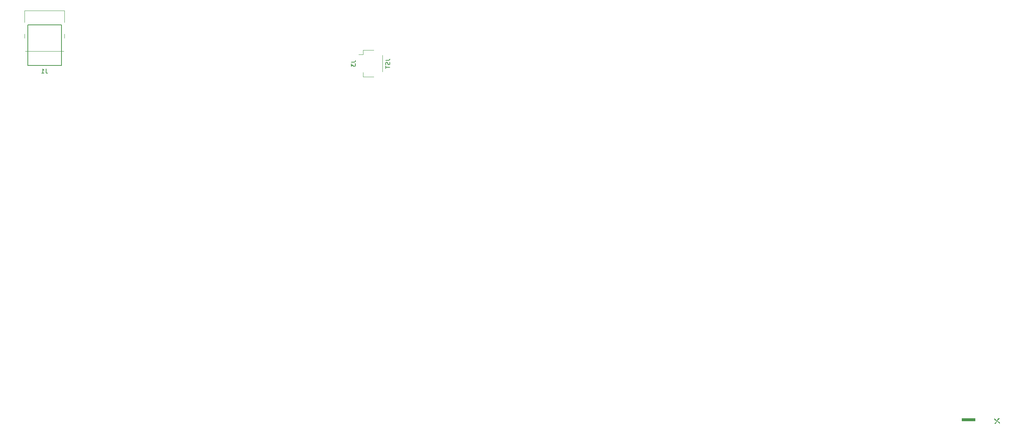
<source format=gbr>
G04 #@! TF.GenerationSoftware,KiCad,Pcbnew,(5.1.10-1-10_14)*
G04 #@! TF.CreationDate,2021-08-12T16:16:49+02:00*
G04 #@! TF.ProjectId,juliet-ortho,6a756c69-6574-42d6-9f72-74686f2e6b69,1*
G04 #@! TF.SameCoordinates,Original*
G04 #@! TF.FileFunction,Legend,Bot*
G04 #@! TF.FilePolarity,Positive*
%FSLAX46Y46*%
G04 Gerber Fmt 4.6, Leading zero omitted, Abs format (unit mm)*
G04 Created by KiCad (PCBNEW (5.1.10-1-10_14)) date 2021-08-12 16:16:49*
%MOMM*%
%LPD*%
G01*
G04 APERTURE LIST*
%ADD10C,0.100000*%
%ADD11C,0.120000*%
%ADD12C,0.150000*%
G04 APERTURE END LIST*
D10*
G36*
X248435000Y-146585000D02*
G01*
X247835000Y-145985000D01*
X247835000Y-146285000D01*
X248435000Y-146585000D01*
G37*
X248435000Y-146585000D02*
X247835000Y-145985000D01*
X247835000Y-146285000D01*
X248435000Y-146585000D01*
G36*
X248435000Y-146585000D02*
G01*
X247835000Y-147185000D01*
X248135000Y-147185000D01*
X248435000Y-146585000D01*
G37*
X248435000Y-146585000D02*
X247835000Y-147185000D01*
X248135000Y-147185000D01*
X248435000Y-146585000D01*
G36*
X248435000Y-146585000D02*
G01*
X249035000Y-147185000D01*
X249035000Y-146885000D01*
X248435000Y-146585000D01*
G37*
X248435000Y-146585000D02*
X249035000Y-147185000D01*
X249035000Y-146885000D01*
X248435000Y-146585000D01*
G36*
X248435000Y-146585000D02*
G01*
X249035000Y-145985000D01*
X248735000Y-145985000D01*
X248435000Y-146585000D01*
G37*
X248435000Y-146585000D02*
X249035000Y-145985000D01*
X248735000Y-145985000D01*
X248435000Y-146585000D01*
D11*
G36*
X240335000Y-146585000D02*
G01*
X243335000Y-146585000D01*
X243335000Y-145985000D01*
X240335000Y-145985000D01*
X240335000Y-146585000D01*
G37*
X240335000Y-146585000D02*
X243335000Y-146585000D01*
X243335000Y-145985000D01*
X240335000Y-145985000D01*
X240335000Y-146585000D01*
X23516968Y-57895127D02*
X23516968Y-56995127D01*
X32706968Y-57895127D02*
X32706968Y-56995127D01*
X23516968Y-54295127D02*
X23516968Y-51565127D01*
X32706968Y-54295127D02*
X32706968Y-51565127D01*
X23636968Y-60975127D02*
X32586968Y-60975127D01*
X23516968Y-51565127D02*
X32706968Y-51565127D01*
D12*
X24208968Y-64289127D02*
X24208968Y-54889127D01*
X32008968Y-64289127D02*
X24208968Y-64289127D01*
X32008968Y-54889127D02*
X32008968Y-64289127D01*
X32008968Y-54889127D02*
X24208968Y-54889127D01*
D11*
X106269375Y-61877500D02*
X106269375Y-65757500D01*
X101799375Y-66927500D02*
X101799375Y-65877500D01*
X104299375Y-66927500D02*
X101799375Y-66927500D01*
X101799375Y-61757500D02*
X100809375Y-61757500D01*
X101799375Y-60707500D02*
X101799375Y-61757500D01*
X104299375Y-60707500D02*
X101799375Y-60707500D01*
D12*
X28445301Y-65081507D02*
X28445301Y-65795793D01*
X28492920Y-65938650D01*
X28588158Y-66033888D01*
X28731015Y-66081507D01*
X28826253Y-66081507D01*
X27445301Y-66081507D02*
X28016729Y-66081507D01*
X27731015Y-66081507D02*
X27731015Y-65081507D01*
X27826253Y-65224365D01*
X27921491Y-65319603D01*
X28016729Y-65367222D01*
X99056755Y-63484166D02*
X99771041Y-63484166D01*
X99913898Y-63436547D01*
X100009136Y-63341309D01*
X100056755Y-63198452D01*
X100056755Y-63103214D01*
X99056755Y-63865119D02*
X99056755Y-64484166D01*
X99437708Y-64150833D01*
X99437708Y-64293690D01*
X99485327Y-64388928D01*
X99532946Y-64436547D01*
X99628184Y-64484166D01*
X99866279Y-64484166D01*
X99961517Y-64436547D01*
X100009136Y-64388928D01*
X100056755Y-64293690D01*
X100056755Y-64007976D01*
X100009136Y-63912738D01*
X99961517Y-63865119D01*
X107016755Y-63103214D02*
X107731041Y-63103214D01*
X107873898Y-63055595D01*
X107969136Y-62960357D01*
X108016755Y-62817500D01*
X108016755Y-62722261D01*
X107969136Y-63531785D02*
X108016755Y-63674642D01*
X108016755Y-63912738D01*
X107969136Y-64007976D01*
X107921517Y-64055595D01*
X107826279Y-64103214D01*
X107731041Y-64103214D01*
X107635803Y-64055595D01*
X107588184Y-64007976D01*
X107540565Y-63912738D01*
X107492946Y-63722261D01*
X107445327Y-63627023D01*
X107397708Y-63579404D01*
X107302470Y-63531785D01*
X107207232Y-63531785D01*
X107111994Y-63579404D01*
X107064375Y-63627023D01*
X107016755Y-63722261D01*
X107016755Y-63960357D01*
X107064375Y-64103214D01*
X107016755Y-64388928D02*
X107016755Y-64960357D01*
X108016755Y-64674642D02*
X107016755Y-64674642D01*
M02*

</source>
